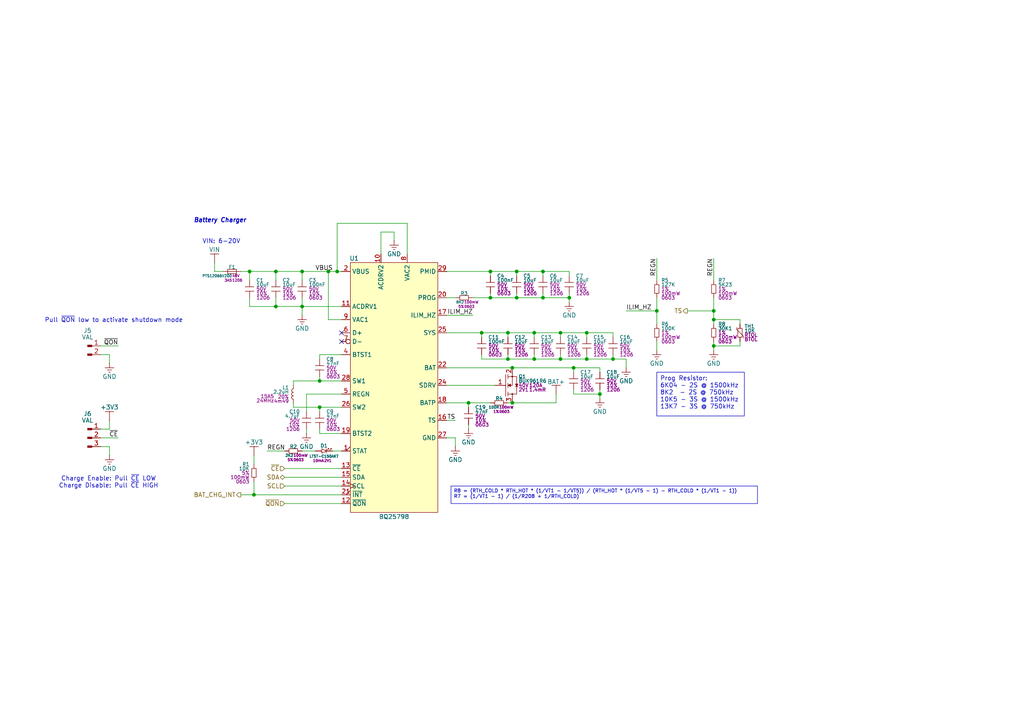
<source format=kicad_sch>
(kicad_sch (version 20231120) (generator "eeschema") (generator_version "8.0")
  (paper "A4")
  (title_block (title "LiFePO4 Charger") (date "2024-10-13") (rev "01") (comment 2 "PROTOTYPE") (comment 3 "2024"))
  (lib_symbols
    (symbol "+3V3_1" (power) (pin_numbers hide) (pin_names hide) (exclude_from_sim yes) (in_bom no) (on_board no)
      (property "Value" "+3V3" (at 0 3.81 0))
      (symbol "+3V3_1_0_1"
        (polyline (pts (xy -1.27 2.54) (xy 0 2.54)))
        (polyline (pts (xy 0 0) (xy 0 2.54)))
        (polyline (pts (xy 0 2.54) (xy 1.27 2.54)))
      )
      (symbol "+3V3_1_1_1"
        (pin power_in line (at 0 0 90) (length 0) (name "~") (number "1"))
      )
    )
    (symbol "C_2" (pin_numbers hide) (pin_names hide)
      (property "Reference" "C?" (at 1.905 2.54 0))
      (property "Value" "CAP" (at 1.905 1.27 0))
      (property "Tolerance" "TOL" (at 1.905 -1.27 0))
      (property "Voltage Rating" "VOLTAGE" (at 1.905 0 0))
      (property "Package" "PKG" (at 1.905 -2.54 0))
      (symbol "C_2_0_1"
        (polyline (pts (xy -1.27 -0.635) (xy 1.27 -0.635)))
        (polyline (pts (xy -1.27 0.635) (xy 1.27 0.635)))
      )
      (symbol "C_2_1_1"
        (pin passive line (at 0 2.54 270) (length 1.905) (name "") (number "1"))
        (pin passive line (at 0 -2.54 90) (length 1.905) (name "") (number "2"))
      )
    )
    (symbol "DS-Connectors:Conn_01x02_Pin" (pin_names hide)
      (property "Reference" "J?" (at 0 5.715 0))
      (property "Value" "VAL" (at 0 3.81 0))
      (symbol "Conn_01x02_Pin_1_0"
        (pin passive line (at 3.81 1.27 180) (length 2.54) (name "") (number "1"))
        (pin passive line (at 3.81 -1.27 180) (length 2.54) (name "") (number "2"))
      )
      (symbol "Conn_01x02_Pin_1_1"
        (rectangle (start 0 -1.016) (end 1.27 -1.524) (fill (type outline)))
        (rectangle (start 0 1.524) (end 1.27 1.016) (fill (type outline)))
      )
    )
    (symbol "DS-Connectors:Conn_01x03_Pin" (pin_names hide)
      (property "Reference" "J?" (at 0 6.985 0))
      (property "Value" "VAL" (at 0 5.08 0))
      (symbol "Conn_01x03_Pin_1_0"
        (pin passive line (at 3.81 2.54 180) (length 2.54) (name "") (number "1"))
        (pin passive line (at 3.81 0 180) (length 2.54) (name "") (number "2"))
        (pin passive line (at 3.81 -2.54 180) (length 2.54) (name "") (number "3"))
      )
      (symbol "Conn_01x03_Pin_1_1"
        (rectangle (start 0 -2.286) (end 1.27 -2.794) (fill (type outline)))
        (rectangle (start 0 0.254) (end 1.27 -0.254) (fill (type outline)))
        (rectangle (start 0 2.794) (end 1.27 2.286) (fill (type outline)))
      )
    )
    (symbol "DS-LEDs:LED_horizontal" (pin_numbers hide)
      (property "Reference" "D" (at 0 1.524 0))
      (property "Value" "VAL" (at 0 -1.524 0))
      (property "Forward Voltage" "FVOLT" (at 0 -2.794 0))
      (property "Current" "CURR" (at 0 -2.794 0))
      (symbol "LED_horizontal_0_1"
        (polyline (pts (xy 0.635 0.635) (xy 0.635 -0.635)))
        (polyline (pts (xy 0.889 0.254) (xy 1.397 0.762) (xy 1.143 0.762) (xy 1.397 0.762) (xy 1.397 0.508)))
        (polyline (pts (xy 1.651 0.254) (xy 2.159 0.762) (xy 1.905 0.762) (xy 2.159 0.762) (xy 2.159 0.508)))
      )
      (symbol "LED_horizontal_1_0"
        (pin passive line (at -2.54 0 0) (length 1.905) (name "") (number "1"))
        (pin passive line (at 2.54 0 180) (length 1.905) (name "") (number "2"))
      )
      (symbol "LED_horizontal_1_1"
        (polyline (pts (xy -0.635 0.635) (xy -0.635 -0.635) (xy 0.635 0) (xy -0.635 0.635)) (stroke (width 0.1524)))
      )
    )
    (symbol "DS-PMIC:BQ25798"
      (property "Reference" "U" (at -12.954 35.56 0))
      (symbol "BQ25798_0_0"
        (pin open_emitter output_low (at -15.24 -20.32 0) (length 2.54) (name "STAT") (number "1"))
        (pin output line (at -3.81 36.83 270) (length 2.54) (name "ACDRV2") (number "10"))
        (pin output line (at -15.24 21.59 0) (length 2.54) (name "ACDRV1") (number "11"))
        (pin input line (at -15.24 -35.56 0) (length 2.54) (name "~{QON}") (number "12"))
        (pin input line (at -15.24 -25.4 0) (length 2.54) (name "~{CE}") (number "13"))
        (pin input clock (at -15.24 -30.48 0) (length 2.54) (name "SCL") (number "14"))
        (pin bidirectional line (at -15.24 -27.94 0) (length 2.54) (name "SDA") (number "15"))
        (pin input line (at 15.24 -11.43 180) (length 2.54) (name "TS") (number "16"))
        (pin passive line (at 15.24 19.05 180) (length 2.54) (name "ILIM_HZ") (number "17"))
        (pin input line (at 15.24 -6.35 180) (length 2.54) (name "BATP") (number "18"))
        (pin power_out line (at -15.24 -15.24 0) (length 2.54) (name "BTST2") (number "19"))
        (pin power_in line (at -15.24 31.75 0) (length 2.54) (name "VBUS") (number "2"))
        (pin passive line (at 15.24 24.13 180) (length 2.54) (name "PROG") (number "20"))
        (pin output output_low (at -15.24 -33.02 0) (length 2.54) (name "~{INT}") (number "21"))
        (pin power_out line (at 15.24 3.81 180) (length 2.54) (name "BAT") (number "22"))
        (pin power_out line (at 15.24 -1.27 180) (length 2.54) (name "SDRV") (number "24"))
        (pin output line (at 15.24 13.97 180) (length 2.54) (name "SYS") (number "25"))
        (pin passive line (at -15.24 -7.62 0) (length 2.54) (name "SW2") (number "26"))
        (pin passive line (at 15.24 -16.51 180) (length 2.54) (name "GND") (number "27"))
        (pin passive line (at -15.24 0 0) (length 2.54) (name "SW1") (number "28"))
        (pin open_collector line (at 15.24 31.75 180) (length 2.54) (name "PMID") (number "29"))
        (pin power_in line (at -15.24 7.62 0) (length 2.54) (name "BTST1") (number "4"))
        (pin power_out line (at -15.24 -3.81 0) (length 2.54) (name "REGN") (number "5"))
        (pin bidirectional line (at -15.24 13.97 0) (length 2.54) (name "D+") (number "6"))
        (pin bidirectional inverted (at -15.24 11.43 0) (length 2.54) (name "D-") (number "7"))
        (pin power_in line (at 3.81 36.83 270) (length 2.54) (name "VAC2") (number "8"))
        (pin power_in line (at -15.24 17.78 0) (length 2.54) (name "VAC1") (number "9"))
      )
      (symbol "BQ25798_1_0"
        (pin output line (at 15.24 3.81 180) (length 2.54) hide (name "BAT") (number "23"))
        (pin power_in line (at -15.24 31.75 0) (length 2.54) hide (name "VBUS") (number "3"))
      )
      (symbol "BQ25798_1_1"
        (rectangle (start -12.7 34.29) (end 12.7 -38.1) (fill (type background)))
      )
    )
    (symbol "DS-Passives:F_horizontal"
      (property "Reference" "F" (at 0 1.27 0))
      (property "Value" "VAL" (at 0 -1.27 0))
      (property "Voltage" "VOLT" (at 0 -1.27 0))
      (property "Trip Current" "TRIP" (at 0 -2.54 0))
      (property "Package" "PKG" (at 0 -2.54 0))
      (symbol "F_horizontal_0_1"
        (polyline (pts (xy -1.27 0) (xy 1.27 0)))
        (polyline (pts (xy -1.27 -0.635) (xy 1.27 -0.635) (xy 1.27 0.635) (xy -1.27 0.635) (xy -1.27 -0.635)))
      )
      (symbol "F_horizontal_1_1"
        (pin passive line (at -2.54 0 0) (length 1.27) (name "") (number "1"))
        (pin passive line (at 2.54 0 180) (length 1.27) (name "") (number "2"))
      )
    )
    (symbol "DS-Passives:L" (pin_numbers hide) (pin_names hide)
      (property "Reference" "L?" (at 1.27 3.175 0))
      (property "Value" "VAL" (at 1.27 1.905 0))
      (property "Tolerance" "TOL" (at 1.27 0.635 0))
      (property "Current Rating" "TOL" (at 4.445 0.635 0))
      (property "DC Resistance" "DCR" (at 1.27 -0.635 0))
      (property "Resonant Frequency" "FRES" (at 4.445 -0.635 0))
      (symbol "L_0_1"
        (arc (start 0 -1.524) (mid 0.3592 -1.3752) (end 0.508 -1.016))
        (arc (start 0 -0.508) (mid 0.3592 -0.3592) (end 0.508 0))
        (arc (start 0 0.508) (mid 0.3592 0.6568) (end 0.508 1.016))
        (arc (start 0.508 -1.016) (mid 0.3592 -0.6568) (end 0 -0.508))
        (arc (start 0.508 0) (mid 0.3592 0.3592) (end 0 0.508))
        (arc (start 0.508 1.016) (mid 0.3592 1.3752) (end 0 1.524))
      )
      (symbol "L_1_0"
        (pin passive line (at 0 2.54 270) (length 1.016) (name "") (number "1"))
        (pin passive line (at 0 -2.54 90) (length 1.016) (name "") (number "2"))
      )
    )
    (symbol "DS-Passives:R"
      (property "Reference" "R?" (at 1.27 2.54 0))
      (property "Value" "VAL" (at 1.27 1.27 0))
      (property "Tolerance" "TOL" (at 1.27 0 0))
      (property "Power Rating" "PWR" (at 1.27 -1.27 0))
      (property "Package" "PKG" (at 1.27 -2.54 0))
      (symbol "R_0_1"
        (polyline (pts (xy -0.635 1.27) (xy -0.635 -1.27) (xy 0.635 -1.27) (xy 0.635 1.27) (xy -0.635 1.27)))
      )
      (symbol "R_1_1"
        (pin passive line (at 0 2.54 270) (length 1.27) (name "") (number "1"))
        (pin passive line (at 0 -2.54 90) (length 1.27) (name "") (number "2"))
      )
    )
    (symbol "DS-Passives:R_horizontal"
      (property "Reference" "R?" (at 0 1.27 0))
      (property "Value" "VAL" (at 0 -1.27 0))
      (property "Tolerance" "TOL" (at 0 -2.54 0))
      (property "Power Rating" "PWR" (at 0 -1.27 0))
      (property "Package" "PKG" (at 0 -2.54 0))
      (symbol "R_horizontal_0_1"
        (polyline (pts (xy -1.27 -0.635) (xy 1.27 -0.635) (xy 1.27 0.635) (xy -1.27 0.635) (xy -1.27 -0.635)))
      )
      (symbol "R_horizontal_1_1"
        (pin passive line (at -2.54 0 0) (length 1.27) (name "") (number "1"))
        (pin passive line (at 2.54 0 180) (length 1.27) (name "") (number "2"))
      )
    )
    (symbol "DS-Power:BAT+" (power) (pin_numbers hide) (pin_names (offset 0) hide)
      (property "Value" "BAT+" (at 0 3.556 0))
      (symbol "BAT+_0_1"
        (polyline (pts (xy -1.27 2.54) (xy 0 2.54)))
        (polyline (pts (xy 0 0) (xy 0 2.54)))
        (polyline (pts (xy 0 2.54) (xy 1.27 2.54)))
      )
      (symbol "BAT+_1_1"
        (pin power_in line (at 0 0 90) (length 0) (name "~") (number "1"))
      )
    )
    (symbol "DS-Power:GND" (power) (pin_numbers hide) (pin_names (offset 0) hide)
      (property "Value" "GND" (at 0 -3.81 0))
      (symbol "GND_0_1"
        (polyline (pts (xy -1.27 -1.27) (xy -1.27 -1.27)))
        (polyline (pts (xy -0.635 -1.905) (xy 0.635 -1.905)))
        (polyline (pts (xy -0.254 -2.54) (xy -0.254 -2.54)))
        (polyline (pts (xy -0.254 -2.54) (xy 0.254 -2.54)))
        (polyline (pts (xy 0 0) (xy 0 -1.27)))
        (polyline (pts (xy 1.27 -1.27) (xy -1.27 -1.27)))
      )
      (symbol "GND_1_1"
        (pin power_in line (at 0 0 270) (length 0) (name "~") (number "1"))
      )
    )
    (symbol "DSE-Passives:Thermistor"
      (property "Reference" "TH?" (at 1.27 1.905 0))
      (property "Value" "VAL" (at 1.27 0.635 0))
      (property "Resistance Tolerance" "RTOL" (at 1.27 -0.635 0))
      (property "B Value Tolerance" "BTOL" (at 1.27 -1.905 0))
      (symbol "Thermistor_0_1"
        (polyline (pts (xy 1.016 -1.524) (xy 1.016 -1.016) (xy -1.016 1.016) (xy -1.016 1.524)))
        (polyline (pts (xy -0.635 1.27) (xy -0.635 -1.27) (xy 0.635 -1.27) (xy 0.635 1.27) (xy -0.635 1.27)))
      )
      (symbol "Thermistor_1_1"
        (pin passive line (at 0 2.54 270) (length 1.27) (name "") (number "1"))
        (pin passive line (at 0 -2.54 90) (length 1.27) (name "") (number "2"))
      )
    )
    (symbol "DSE-Power:VIN" (power) (pin_numbers hide) (pin_names hide) (exclude_from_sim yes) (in_bom no) (on_board no)
      (property "Value" "VIN" (at 0 3.81 0))
      (symbol "VIN_0_1"
        (polyline (pts (xy -1.27 2.54) (xy 0 2.54)))
        (polyline (pts (xy 0 0) (xy 0 2.54)))
        (polyline (pts (xy 0 2.54) (xy 1.27 2.54)))
      )
      (symbol "VIN_1_1"
        (pin power_in line (at 0 0 90) (length 0) (name "~") (number "1"))
      )
    )
    (symbol "NMOS_GSD_1" (pin_names hide)
      (property "Reference" "Q" (at 0 6.35 0))
      (property "Value" "VAL" (at 0 5.08 0))
      (property "VDSS" "VDSS" (at 0 3.81 0))
      (property "VGSTH" "VGSTH" (at 0 2.54 0))
      (property "ID" "ID" (at 0 3.81 0))
      (property "RDSON" "RDSON" (at 0 2.54 0))
      (symbol "NMOS_GSD_1_0_1"
        (polyline (pts (xy -3.175 -1.27) (xy -1.905 -1.27)))
        (polyline (pts (xy -0.635 -1.27) (xy 0.635 -1.27)))
        (polyline (pts (xy 0 0) (xy 0 -0.508)))
        (polyline (pts (xy 1.905 -1.27) (xy 3.175 -1.27)))
        (polyline (pts (xy -2.54 -1.27) (xy -2.54 0) (xy -3.175 0)))
        (polyline (pts (xy 2.54 -1.27) (xy 2.54 0) (xy 3.175 0)))
      )
      (symbol "NMOS_GSD_1_1_0"
        (pin passive line (at 0 -5.08 90) (length 3.175) (name "") (number "1"))
        (pin passive line (at 5.08 0 180) (length 1.905) (name "") (number "2"))
        (pin passive line (at -5.08 0 0) (length 1.905) (name "") (number "3"))
      )
      (symbol "NMOS_GSD_1_1_1"
        (circle (center -2.54 0) (radius 0.1796) (fill (type outline)))
        (polyline (pts (xy -3.175 -1.905) (xy 3.175 -1.905)))
        (polyline (pts (xy -0.381 1.651) (xy -0.381 0.889)))
        (polyline (pts (xy 0 0) (xy 2.54 0)))
        (polyline (pts (xy -2.54 0) (xy -2.54 1.27) (xy -0.381 1.27)))
        (polyline (pts (xy 0.381 1.27) (xy 2.54 1.27) (xy 2.54 0)))
        (polyline (pts (xy -0.381 1.27) (xy 0.381 0.889) (xy 0.381 1.651) (xy -0.381 1.27)) (fill (type outline)))
        (polyline (pts (xy 0 -1.27) (xy 0.381 -0.508) (xy -0.381 -0.508) (xy 0 -1.27)) (fill (type outline)))
        (circle (center 2.54 0) (radius 0.1796) (fill (type outline)))
      )
    )
  )
  (junction (at 142.24 78.74))
  (junction (at 148.59 106.68))
  (junction (at 170.18 96.52))
  (junction (at 87.63 88.9))
  (junction (at 154.94 104.14))
  (junction (at 135.89 116.84))
  (junction (at 97.79 78.74))
  (junction (at 148.59 116.84))
  (junction (at 157.48 78.74))
  (junction (at 173.99 114.3))
  (junction (at 142.24 86.36))
  (junction (at 149.86 86.36))
  (junction (at 73.66 143.51))
  (junction (at 80.01 88.9))
  (junction (at 154.94 96.52))
  (junction (at 87.63 78.74))
  (junction (at 92.71 118.11))
  (junction (at 162.56 104.14))
  (junction (at 147.32 96.52))
  (junction (at 177.8 104.14))
  (junction (at 139.7 96.52))
  (junction (at 92.71 110.49))
  (junction (at 72.39 78.74))
  (junction (at 190.5 90.17))
  (junction (at 207.01 90.17))
  (junction (at 207.01 92.71))
  (junction (at 80.01 78.74))
  (junction (at 157.48 86.36))
  (junction (at 165.1 86.36))
  (junction (at 170.18 104.14))
  (junction (at 147.32 104.14))
  (junction (at 166.37 106.68))
  (junction (at 95.25 78.74))
  (junction (at 149.86 78.74))
  (junction (at 162.56 96.52))
  (junction (at 207.01 100.33))
  (no_connect (at 99.06 96.52))
  (no_connect (at 99.06 99.06))
  (wire (pts (xy 72.39 78.74) (xy 80.01 78.74)))
  (wire (pts (xy 166.37 106.68) (xy 166.37 107.95)))
  (wire (pts (xy 181.61 90.17) (xy 190.5 90.17)))
  (wire (pts (xy 147.32 116.84) (xy 148.59 116.84)))
  (wire (pts (xy 135.89 116.84) (xy 135.89 118.11)))
  (wire (pts (xy 162.56 96.52) (xy 162.56 97.79)))
  (wire (pts (xy 129.54 121.92) (xy 132.08 121.92)))
  (wire (pts (xy 31.75 129.54) (xy 29.21 129.54)))
  (wire (pts (xy 82.55 138.43) (xy 99.06 138.43)))
  (wire (pts (xy 31.75 121.92) (xy 31.75 124.46)))
  (wire (pts (xy 190.5 99.06) (xy 190.5 101.6)))
  (wire (pts (xy 129.54 106.68) (xy 148.59 106.68)))
  (wire (pts (xy 162.56 96.52) (xy 170.18 96.52)))
  (wire (pts (xy 118.11 73.66) (xy 118.11 64.77)))
  (wire (pts (xy 135.89 116.84) (xy 142.24 116.84)))
  (wire (pts (xy 149.86 85.09) (xy 149.86 86.36)))
  (wire (pts (xy 165.1 85.09) (xy 165.1 86.36)))
  (wire (pts (xy 72.39 86.36) (xy 72.39 88.9)))
  (wire (pts (xy 87.63 78.74) (xy 87.63 81.28)))
  (wire (pts (xy 92.71 110.49) (xy 92.71 109.22)))
  (wire (pts (xy 129.54 111.76) (xy 143.51 111.76)))
  (wire (pts (xy 170.18 104.14) (xy 177.8 104.14)))
  (wire (pts (xy 87.63 88.9) (xy 87.63 91.44)))
  (wire (pts (xy 207.01 100.33) (xy 214.63 100.33)))
  (wire (pts (xy 129.54 86.36) (xy 132.08 86.36)))
  (wire (pts (xy 139.7 104.14) (xy 147.32 104.14)))
  (wire (pts (xy 162.56 102.87) (xy 162.56 104.14)))
  (wire (pts (xy 82.55 140.97) (xy 99.06 140.97)))
  (wire (pts (xy 157.48 78.74) (xy 157.48 80.01)))
  (wire (pts (xy 69.85 143.51) (xy 73.66 143.51)))
  (wire (pts (xy 157.48 86.36) (xy 165.1 86.36)))
  (wire (pts (xy 207.01 92.71) (xy 214.63 92.71)))
  (wire (pts (xy 73.66 143.51) (xy 99.06 143.51)))
  (wire (pts (xy 114.3 67.31) (xy 114.3 69.85)))
  (wire (pts (xy 129.54 127) (xy 132.08 127)))
  (wire (pts (xy 157.48 85.09) (xy 157.48 86.36)))
  (wire (pts (xy 85.09 110.49) (xy 92.71 110.49)))
  (wire (pts (xy 80.01 78.74) (xy 80.01 81.28)))
  (wire (pts (xy 31.75 124.46) (xy 29.21 124.46)))
  (wire (pts (xy 85.09 110.49) (xy 85.09 111.76)))
  (wire (pts (xy 166.37 114.3) (xy 173.99 114.3)))
  (wire (pts (xy 139.7 96.52) (xy 147.32 96.52)))
  (wire (pts (xy 181.61 104.14) (xy 181.61 106.68)))
  (wire (pts (xy 214.63 99.06) (xy 214.63 100.33)))
  (wire (pts (xy 129.54 78.74) (xy 142.24 78.74)))
  (wire (pts (xy 190.5 86.36) (xy 190.5 90.17)))
  (wire (pts (xy 154.94 102.87) (xy 154.94 104.14)))
  (wire (pts (xy 154.94 96.52) (xy 154.94 97.79)))
  (wire (pts (xy 129.54 116.84) (xy 135.89 116.84)))
  (wire (pts (xy 87.63 88.9) (xy 99.06 88.9)))
  (wire (pts (xy 142.24 78.74) (xy 142.24 80.01)))
  (wire (pts (xy 166.37 113.03) (xy 166.37 114.3)))
  (wire (pts (xy 80.01 86.36) (xy 80.01 88.9)))
  (wire (pts (xy 72.39 78.74) (xy 72.39 81.28)))
  (wire (pts (xy 149.86 78.74) (xy 149.86 80.01)))
  (wire (pts (xy 142.24 86.36) (xy 149.86 86.36)))
  (wire (pts (xy 207.01 90.17) (xy 207.01 92.71)))
  (wire (pts (xy 92.71 118.11) (xy 92.71 119.38)))
  (wire (pts (xy 199.39 90.17) (xy 207.01 90.17)))
  (wire (pts (xy 162.56 104.14) (xy 170.18 104.14)))
  (wire (pts (xy 142.24 78.74) (xy 149.86 78.74)))
  (wire (pts (xy 118.11 64.77) (xy 97.79 64.77)))
  (wire (pts (xy 166.37 106.68) (xy 173.99 106.68)))
  (wire (pts (xy 95.25 92.71) (xy 95.25 78.74)))
  (wire (pts (xy 62.23 78.74) (xy 64.77 78.74)))
  (wire (pts (xy 165.1 86.36) (xy 165.1 87.63)))
  (wire (pts (xy 177.8 104.14) (xy 177.8 102.87)))
  (wire (pts (xy 148.59 106.68) (xy 166.37 106.68)))
  (wire (pts (xy 92.71 125.73) (xy 99.06 125.73)))
  (wire (pts (xy 29.21 100.33) (xy 34.29 100.33)))
  (wire (pts (xy 170.18 102.87) (xy 170.18 104.14)))
  (wire (pts (xy 85.09 118.11) (xy 85.09 116.84)))
  (wire (pts (xy 31.75 102.87) (xy 29.21 102.87)))
  (wire (pts (xy 149.86 86.36) (xy 157.48 86.36)))
  (wire (pts (xy 69.85 78.74) (xy 72.39 78.74)))
  (wire (pts (xy 88.9 124.46) (xy 88.9 125.73)))
  (wire (pts (xy 170.18 96.52) (xy 170.18 97.79)))
  (wire (pts (xy 147.32 96.52) (xy 154.94 96.52)))
  (wire (pts (xy 82.55 146.05) (xy 99.06 146.05)))
  (wire (pts (xy 135.89 123.19) (xy 135.89 124.46)))
  (wire (pts (xy 110.49 73.66) (xy 110.49 67.31)))
  (wire (pts (xy 29.21 127) (xy 34.29 127)))
  (wire (pts (xy 177.8 96.52) (xy 177.8 97.79)))
  (wire (pts (xy 97.79 64.77) (xy 97.79 78.74)))
  (wire (pts (xy 87.63 78.74) (xy 95.25 78.74)))
  (wire (pts (xy 207.01 92.71) (xy 207.01 93.98)))
  (wire (pts (xy 88.9 114.3) (xy 88.9 119.38)))
  (wire (pts (xy 95.25 78.74) (xy 97.79 78.74)))
  (wire (pts (xy 207.01 74.93) (xy 207.01 81.28)))
  (wire (pts (xy 92.71 118.11) (xy 99.06 118.11)))
  (wire (pts (xy 207.01 99.06) (xy 207.01 100.33)))
  (wire (pts (xy 154.94 104.14) (xy 162.56 104.14)))
  (wire (pts (xy 92.71 102.87) (xy 92.71 104.14)))
  (wire (pts (xy 73.66 139.7) (xy 73.66 143.51)))
  (wire (pts (xy 139.7 96.52) (xy 139.7 97.79)))
  (wire (pts (xy 157.48 78.74) (xy 165.1 78.74)))
  (wire (pts (xy 72.39 88.9) (xy 80.01 88.9)))
  (wire (pts (xy 181.61 104.14) (xy 177.8 104.14)))
  (wire (pts (xy 214.63 93.98) (xy 214.63 92.71)))
  (wire (pts (xy 147.32 102.87) (xy 147.32 104.14)))
  (wire (pts (xy 173.99 114.3) (xy 173.99 113.03)))
  (wire (pts (xy 77.47 130.81) (xy 82.55 130.81)))
  (wire (pts (xy 73.66 132.08) (xy 73.66 134.62)))
  (wire (pts (xy 165.1 78.74) (xy 165.1 80.01)))
  (wire (pts (xy 161.29 114.3) (xy 161.29 116.84)))
  (wire (pts (xy 129.54 96.52) (xy 139.7 96.52)))
  (wire (pts (xy 80.01 78.74) (xy 87.63 78.74)))
  (wire (pts (xy 82.55 135.89) (xy 99.06 135.89)))
  (wire (pts (xy 97.79 78.74) (xy 99.06 78.74)))
  (wire (pts (xy 87.63 130.81) (xy 91.44 130.81)))
  (wire (pts (xy 173.99 114.3) (xy 173.99 115.57)))
  (wire (pts (xy 99.06 114.3) (xy 88.9 114.3)))
  (wire (pts (xy 170.18 96.52) (xy 177.8 96.52)))
  (wire (pts (xy 173.99 107.95) (xy 173.99 106.68)))
  (wire (pts (xy 31.75 105.41) (xy 31.75 102.87)))
  (wire (pts (xy 142.24 85.09) (xy 142.24 86.36)))
  (wire (pts (xy 87.63 86.36) (xy 87.63 88.9)))
  (wire (pts (xy 149.86 78.74) (xy 157.48 78.74)))
  (wire (pts (xy 92.71 118.11) (xy 85.09 118.11)))
  (wire (pts (xy 207.01 86.36) (xy 207.01 90.17)))
  (wire (pts (xy 62.23 76.2) (xy 62.23 78.74)))
  (wire (pts (xy 99.06 92.71) (xy 95.25 92.71)))
  (wire (pts (xy 92.71 124.46) (xy 92.71 125.73)))
  (wire (pts (xy 147.32 104.14) (xy 154.94 104.14)))
  (wire (pts (xy 147.32 96.52) (xy 147.32 97.79)))
  (wire (pts (xy 148.59 116.84) (xy 161.29 116.84)))
  (wire (pts (xy 190.5 74.93) (xy 190.5 81.28)))
  (wire (pts (xy 92.71 110.49) (xy 99.06 110.49)))
  (wire (pts (xy 139.7 102.87) (xy 139.7 104.14)))
  (wire (pts (xy 96.52 130.81) (xy 99.06 130.81)))
  (wire (pts (xy 137.16 86.36) (xy 142.24 86.36)))
  (wire (pts (xy 129.54 91.44) (xy 137.16 91.44)))
  (wire (pts (xy 110.49 67.31) (xy 114.3 67.31)))
  (wire (pts (xy 132.08 127) (xy 132.08 129.54)))
  (wire (pts (xy 80.01 88.9) (xy 87.63 88.9)))
  (wire (pts (xy 31.75 132.08) (xy 31.75 129.54)))
  (wire (pts (xy 207.01 100.33) (xy 207.01 101.6)))
  (wire (pts (xy 190.5 90.17) (xy 190.5 93.98)))
  (wire (pts (xy 154.94 96.52) (xy 162.56 96.52)))
  (wire (pts (xy 92.71 102.87) (xy 99.06 102.87)))
  (text_box "Prog Resistor:\n6K04 - 2S @ 1500kHz\n8K2  - 2S @ 750kHz\n10K5 - 3S @ 1500kHz\n13K7 - 3S @ 750kHz\n" (at 190.5 107.95 0) (size 25.4 12.7) (effects (font (size 1.27 1.27)) (justify left top)))
  (text_box "R8 = (RTH_COLD * RTH_HOT * (1/VT1 - 1/VT5)) / (RTH_HOT * (1/VT5 - 1) - RTH_COLD * (1/VT1 - 1))\nR7 = (1/VT1 - 1) / (1/R208 + 1/RTH_COLD)" (at 130.81 140.97 0) (size 88.9 5.08) (effects (font (size 1 1)) (justify left top)))
  (text "VIN: 6-20V" (at 58.674 70.104 0) (effects (font (size 1.27 1.27)) (justify left)))
  (text "Battery Charger" (at 56.134 64.008 0) (effects (font (size 1.27 1.27) (thickness 0.254) (bold yes) (italic yes)) (justify left)))
  (text "Charge Enable: Pull ~{CE} LOW\nCharge Disable: Pull ~{CE} HIGH" (at 31.496 139.954 0) (effects (font (size 1.27 1.27))))
  (text "Pull ~{QON} low to activate shutdown mode" (at 33.02 92.964 0) (effects (font (size 1.27 1.27))))
  (label "REGN" (at 77.47 130.81 0))
  (label "REGN" (at 207.01 74.93 270))
  (label "ILIM_HZ" (at 137.16 91.44 180))
  (label "~{QON}" (at 34.29 100.33 180))
  (label "REGN" (at 190.5 74.93 270))
  (label "TS" (at 132.08 121.92 180))
  (label "ILIM_HZ" (at 181.61 90.17 0))
  (label "~{CE}" (at 34.29 127 180))
  (label "VBUS" (at 91.44 78.74 0))
  (hierarchical_label "SCL" (shape input) (at 82.55 140.97 180))
  (hierarchical_label "TS" (shape output) (at 199.39 90.17 180))
  (hierarchical_label "BAT_CHG_INT" (shape output) (at 69.85 143.51 180))
  (hierarchical_label "~{QON}" (shape input) (at 82.55 146.05 180))
  (hierarchical_label "~{CE}" (shape input) (at 82.55 135.89 180))
  (hierarchical_label "SDA" (shape bidirectional) (at 82.55 138.43 180))
  (symbol (lib_id "DS-Connectors:Conn_01x02_Pin") (at 25.4 101.6 0) (unit 1)
    (property "Reference" "J5" (at 25.4 95.885 0))
    (property "Value" "VAL" (at 25.4 97.79 0))
  )
  (symbol (lib_name "C_2") (lib_id "DS-Passives:C") (at 142.24 82.55 0) (unit 1)
    (property "Reference" "C4" (at 144.145 80.01 0) (effects (font (size 1.016 1.016)) (justify left)))
    (property "Value" "100nF" (at 144.145 81.28 0) (effects (font (size 1.016 1.016)) (justify left)))
    (property "Datasheet" "datasheets/Kyocera-AVX-MLCCKAM.pdf" (effects (hide yes)))
    (property "Description" "Ceramic capacitor symbol" (effects (hide yes)))
    (property "Manufacturer" "KYOCERA AVX" (effects (hide yes)))
    (property "MPN" "06035C104K4T4A" (effects (hide yes)))
    (property "DKPN" "478-KAM15AR71H104KMCT-ND" (effects (hide yes)))
    (property "Tolerance" "10%" (at 144.145 83.82 0) (effects (font (size 1.016 1.016)) (justify left)))
    (property "Voltage Rating" "50V" (at 144.145 82.55 0) (effects (font (size 1.016 1.016)) (justify left)))
    (property "Package" "0603" (at 144.145 85.09 0) (effects (font (size 1.016 1.016)) (justify left)))
  )
  (symbol (lib_id "DS-Power:GND") (at 132.08 129.54 0) (unit 1)
    (property "Reference" "#PWR016" (effects (hide yes)))
    (property "Value" "GND" (at 132.08 133.35 0))
  )
  (symbol (lib_name "C_2") (lib_id "DS-Passives:C") (at 87.63 83.82 0) (unit 1)
    (property "Reference" "C3" (at 89.535 81.28 0) (effects (font (size 1.016 1.016)) (justify left)))
    (property "Value" "100nF" (at 89.535 82.55 0) (effects (font (size 1.016 1.016)) (justify left)))
    (property "Datasheet" "datasheets/Kyocera-AVX-MLCCKAM.pdf" (effects (hide yes)))
    (property "Description" "Ceramic capacitor symbol" (effects (hide yes)))
    (property "Manufacturer" "KYOCERA AVX" (effects (hide yes)))
    (property "MPN" "06035C104K4T4A" (effects (hide yes)))
    (property "DKPN" "478-KAM15AR71H104KMCT-ND" (effects (hide yes)))
    (property "Tolerance" "10%" (at 89.535 85.09 0) (effects (font (size 1.016 1.016)) (justify left)))
    (property "Voltage Rating" "50V" (at 89.535 83.82 0) (effects (font (size 1.016 1.016)) (justify left)))
    (property "Package" "0603" (at 89.535 86.36 0) (effects (font (size 1.016 1.016)) (justify left)))
  )
  (symbol (lib_id "DS-Passives:F_horizontal") (at 67.31 78.74 0) (unit 1)
    (property "Reference" "F1" (at 67.31 77.47 0) (effects (font (size 1.016 1.016))))
    (property "Value" "PTS12066V200" (at 67.31 80.01 0) (effects (font (size 0.762 0.762)) (justify right)))
    (property "Datasheet" "datasheets/Eaton-PTS12066V200.pdf" (effects (hide yes)))
    (property "Description" "PTC RESET FUSE 6V 2A 1206" (effects (hide yes)))
    (property "Manufacturer" "Eaton - Electronics Division" (effects (hide yes)))
    (property "MPN" "PTS12066V200" (effects (hide yes)))
    (property "DKPN" "283-PTS12066V200CT-ND" (effects (hide yes)))
    (property "Voltage" "48V" (at 67.31 80.01 0) (effects (font (size 0.762 0.762)) (justify left)))
    (property "Trip Current" "3A5" (at 67.31 81.28 0) (effects (font (size 0.762 0.762)) (justify right)))
    (property "Package" "1206" (at 67.31 81.28 0) (effects (font (size 0.762 0.762)) (justify left)))
  )
  (symbol (lib_name "C_2") (lib_id "DS-Passives:C") (at 173.99 110.49 0) (unit 1)
    (property "Reference" "C18" (at 175.895 107.95 0) (effects (font (size 1.016 1.016)) (justify left)))
    (property "Value" "10uF" (at 175.895 109.22 0) (effects (font (size 1.016 1.016)) (justify left)))
    (property "Datasheet" "datasheets/Kyocera-AVX-MLCCKAM.pdf" (effects (hide yes)))
    (property "Description" "Ceramic capacitor symbol" (effects (hide yes)))
    (property "Manufacturer" "KYOCERA AVX" (effects (hide yes)))
    (property "MPN" "12105C106K4T2A" (effects (hide yes)))
    (property "DKPN" "478-KAM32LR71H106KUCT-ND" (effects (hide yes)))
    (property "Tolerance" "10%" (at 175.895 111.76 0) (effects (font (size 1.016 1.016)) (justify left)))
    (property "Voltage Rating" "50V" (at 175.895 110.49 0) (effects (font (size 1.016 1.016)) (justify left)))
    (property "Package" "1206" (at 175.895 113.03 0) (effects (font (size 1.016 1.016)) (justify left)))
  )
  (symbol (lib_name "C_2") (lib_id "DS-Passives:C") (at 92.71 106.68 0) (unit 1)
    (property "Reference" "C8" (at 94.615 104.14 0) (effects (font (size 1.016 1.016)) (justify left)))
    (property "Value" "47nF" (at 94.615 105.41 0) (effects (font (size 1.016 1.016)) (justify left)))
    (property "Datasheet" "datasheets/Kyocera-AVX-MLCCKAM.pdf" (effects (hide yes)))
    (property "Description" "Ceramic capacitor symbol" (effects (hide yes)))
    (property "Manufacturer" "KYOCERA AVX" (effects (hide yes)))
    (property "MPN" "06035C473K4T4A" (effects (hide yes)))
    (property "DKPN" "478-KAM15AR71H473KMCT-ND" (effects (hide yes)))
    (property "Tolerance" "10%" (at 94.615 107.95 0) (effects (font (size 1.016 1.016)) (justify left)))
    (property "Voltage Rating" "50V" (at 94.615 106.68 0) (effects (font (size 1.016 1.016)) (justify left)))
    (property "Package" "0603" (at 94.615 109.22 0) (effects (font (size 1.016 1.016)) (justify left)))
  )
  (symbol (lib_name "C_2") (lib_id "DS-Passives:C") (at 162.56 100.33 0) (unit 1)
    (property "Reference" "C14" (at 164.465 97.79 0) (effects (font (size 1.016 1.016)) (justify left)))
    (property "Value" "10uF" (at 164.465 99.06 0) (effects (font (size 1.016 1.016)) (justify left)))
    (property "Datasheet" "datasheets/Kyocera-AVX-MLCCKAM.pdf" (effects (hide yes)))
    (property "Description" "Ceramic capacitor symbol" (effects (hide yes)))
    (property "Manufacturer" "KYOCERA AVX" (effects (hide yes)))
    (property "MPN" "12105C106K4T2A" (effects (hide yes)))
    (property "DKPN" "478-KAM32LR71H106KUCT-ND" (effects (hide yes)))
    (property "Tolerance" "10%" (at 164.465 101.6 0) (effects (font (size 1.016 1.016)) (justify left)))
    (property "Voltage Rating" "50V" (at 164.465 100.33 0) (effects (font (size 1.016 1.016)) (justify left)))
    (property "Package" "1206" (at 164.465 102.87 0) (effects (font (size 1.016 1.016)) (justify left)))
  )
  (symbol (lib_id "DS-Passives:R") (at 207.01 96.52 0) (unit 1)
    (property "Reference" "R8" (at 208.28 93.98 0) (effects (font (size 1.016 1.016)) (justify left)))
    (property "Value" "30K1" (at 208.28 95.25 0) (effects (font (size 1.016 1.016)) (justify left)))
    (property "Datasheet" "datasheets/Vishay-Dale-DRCWe3.pdf" (effects (hide yes)))
    (property "Description" "RES SMD 30.1K OHM 1% 1/10W 0603" (effects (hide yes)))
    (property "Manufacturer" "Vishay Dale" (effects (hide yes)))
    (property "MPN" "CRCW060330K1FKEA" (effects (hide yes)))
    (property "DKPN" "541-30.1KHCT-ND" (effects (hide yes)))
    (property "Tolerance" "1%" (at 208.28 96.52 0) (effects (font (size 1.016 1.016)) (justify left)))
    (property "Power Rating" "100mW" (at 208.28 97.79 0) (effects (font (size 1.016 1.016)) (justify left)))
    (property "Package" "0603" (at 208.28 99.06 0) (effects (font (size 1.016 1.016)) (justify left)))
  )
  (symbol (lib_name "+3V3_1") (lib_id "DSE-Power:+3V3") (at 31.75 121.92 0) (unit 1) (exclude_from_sim yes) (in_bom no) (on_board no)
    (property "Reference" "#+3V02" (effects (hide yes)))
    (property "Value" "+3V3" (at 31.75 118.11 0))
  )
  (symbol (lib_name "C_2") (lib_id "DS-Passives:C") (at 80.01 83.82 0) (unit 1)
    (property "Reference" "C2" (at 81.915 81.28 0) (effects (font (size 1.016 1.016)) (justify left)))
    (property "Value" "10uF" (at 81.915 82.55 0) (effects (font (size 1.016 1.016)) (justify left)))
    (property "Datasheet" "datasheets/Kyocera-AVX-MLCCKAM.pdf" (effects (hide yes)))
    (property "Description" "Ceramic capacitor symbol" (effects (hide yes)))
    (property "Manufacturer" "KYOCERA AVX" (effects (hide yes)))
    (property "MPN" "12105C106K4T2A" (effects (hide yes)))
    (property "DKPN" "478-KAM32LR71H106KUCT-ND" (effects (hide yes)))
    (property "Tolerance" "10%" (at 81.915 85.09 0) (effects (font (size 1.016 1.016)) (justify left)))
    (property "Voltage Rating" "50V" (at 81.915 83.82 0) (effects (font (size 1.016 1.016)) (justify left)))
    (property "Package" "1206" (at 81.915 86.36 0) (effects (font (size 1.016 1.016)) (justify left)))
  )
  (symbol (lib_id "DS-Power:GND") (at 114.3 69.85 0) (unit 1)
    (property "Reference" "#PWR01" (effects (hide yes)))
    (property "Value" "GND" (at 114.3 73.66 0))
  )
  (symbol (lib_id "DS-Passives:R") (at 73.66 137.16 0) (mirror y) (unit 1)
    (property "Reference" "R1" (at 72.39 134.62 0) (effects (font (size 1.016 1.016)) (justify left)))
    (property "Value" "10K" (at 72.39 135.89 0) (effects (font (size 1.016 1.016)) (justify left)))
    (property "Datasheet" "datasheets/Vishay-Dale-DRCWe3.pdf" (effects (hide yes)))
    (property "Description" "RES SMD 10K OHM 5% 1/10W 0603" (effects (hide yes)))
    (property "Manufacturer" "Vishay Dale" (effects (hide yes)))
    (property "MPN" "CRCW060310K0JNEA" (effects (hide yes)))
    (property "DKPN" "541-10KGCT-ND" (effects (hide yes)))
    (property "Tolerance" "5%" (at 72.39 137.16 0) (effects (font (size 1.016 1.016)) (justify left)))
    (property "Power Rating" "100mW" (at 72.39 138.43 0) (effects (font (size 1.016 1.016)) (justify left)))
    (property "Package" "0603" (at 72.39 139.7 0) (effects (font (size 1.016 1.016)) (justify left)))
  )
  (symbol (lib_id "DS-Power:GND") (at 88.9 125.73 0) (unit 1)
    (property "Reference" "#PWR017" (effects (hide yes)))
    (property "Value" "GND" (at 88.9 129.54 0))
  )
  (symbol (lib_id "DS-Connectors:Conn_01x03_Pin") (at 25.4 127 0) (unit 1)
    (property "Reference" "J6" (at 25.4 120.015 0))
    (property "Value" "VAL" (at 25.4 121.92 0))
  )
  (symbol (lib_name "C_2") (lib_id "DS-Passives:C") (at 139.7 100.33 0) (unit 1)
    (property "Reference" "C11" (at 141.605 97.79 0) (effects (font (size 1.016 1.016)) (justify left)))
    (property "Value" "100nF" (at 141.605 99.06 0) (effects (font (size 1.016 1.016)) (justify left)))
    (property "Datasheet" "datasheets/Kyocera-AVX-MLCCKAM.pdf" (effects (hide yes)))
    (property "Description" "Ceramic capacitor symbol" (effects (hide yes)))
    (property "Manufacturer" "KYOCERA AVX" (effects (hide yes)))
    (property "MPN" "06035C104K4T4A" (effects (hide yes)))
    (property "DKPN" "478-KAM15AR71H104KMCT-ND" (effects (hide yes)))
    (property "Tolerance" "10%" (at 141.605 101.6 0) (effects (font (size 1.016 1.016)) (justify left)))
    (property "Voltage Rating" "50V" (at 141.605 100.33 0) (effects (font (size 1.016 1.016)) (justify left)))
    (property "Package" "0603" (at 141.605 102.87 0) (effects (font (size 1.016 1.016)) (justify left)))
  )
  (symbol (lib_id "DS-Power:GND") (at 190.5 101.6 0) (unit 1)
    (property "Reference" "#PWR011" (effects (hide yes)))
    (property "Value" "GND" (at 190.5 105.41 0))
  )
  (symbol (lib_name "C_2") (lib_id "DS-Passives:C") (at 165.1 82.55 0) (unit 1)
    (property "Reference" "C7" (at 167.005 80.01 0) (effects (font (size 1.016 1.016)) (justify left)))
    (property "Value" "10uF" (at 167.005 81.28 0) (effects (font (size 1.016 1.016)) (justify left)))
    (property "Datasheet" "datasheets/Kyocera-AVX-MLCCKAM.pdf" (effects (hide yes)))
    (property "Description" "Ceramic capacitor symbol" (effects (hide yes)))
    (property "Manufacturer" "KYOCERA AVX" (effects (hide yes)))
    (property "MPN" "12105C106K4T2A" (effects (hide yes)))
    (property "DKPN" "478-KAM32LR71H106KUCT-ND" (effects (hide yes)))
    (property "Tolerance" "10%" (at 167.005 83.82 0) (effects (font (size 1.016 1.016)) (justify left)))
    (property "Voltage Rating" "50V" (at 167.005 82.55 0) (effects (font (size 1.016 1.016)) (justify left)))
    (property "Package" "1206" (at 167.005 85.09 0) (effects (font (size 1.016 1.016)) (justify left)))
  )
  (symbol (lib_id "DS-Power:GND") (at 165.1 87.63 0) (unit 1)
    (property "Reference" "#PWR03" (effects (hide yes)))
    (property "Value" "GND" (at 165.1 91.44 0))
  )
  (symbol (lib_id "DS-PMIC:BQ25798") (at 114.3 110.49 0) (unit 1)
    (property "Reference" "U1" (at 101.346 74.93 0) (effects (justify left)))
    (property "Value" "BQ25798" (at 114.3 149.86 0))
    (property "Datasheet" "datasheets/Texas-Instruments-BQ25798.pdf" (effects (hide yes)))
    (property "Description" "IC CONTROLLED, 1-4-CELL, 5-A BUC" (effects (hide yes)))
    (property "Manufacturer" "Texas Instruments" (effects (hide yes)))
    (property "MPN" "BQ25798RQMR" (effects (hide yes)))
    (property "DKPN" "296-BQ25798RQMRCT-ND" (effects (hide yes)))
  )
  (symbol (lib_name "+3V3_1") (lib_id "DSE-Power:+3V3") (at 73.66 132.08 0) (unit 1) (exclude_from_sim yes) (in_bom no) (on_board no)
    (property "Reference" "#+3V01" (effects (hide yes)))
    (property "Value" "+3V3" (at 73.66 128.27 0))
  )
  (symbol (lib_id "DS-Passives:R") (at 190.5 96.52 0) (unit 1)
    (property "Reference" "R6" (at 191.77 93.98 0) (effects (font (size 1.016 1.016)) (justify left)))
    (property "Value" "100K" (at 191.77 95.25 0) (effects (font (size 1.016 1.016)) (justify left)))
    (property "Datasheet" "datasheets/Vishay-Dale-DRCWe3.pdf" (effects (hide yes)))
    (property "Description" "RES SMD 100K OHM 1% 1/10W 0603" (effects (hide yes)))
    (property "Manufacturer" "Vishay Dale" (effects (hide yes)))
    (property "MPN" "CRCW0603100KFKEA" (effects (hide yes)))
    (property "DKPN" "541-100KHCT-ND" (effects (hide yes)))
    (property "Tolerance" "1%" (at 191.77 96.52 0) (effects (font (size 1.016 1.016)) (justify left)))
    (property "Power Rating" "100mW" (at 191.77 97.79 0) (effects (font (size 1.016 1.016)) (justify left)))
    (property "Package" "0603" (at 191.77 99.06 0) (effects (font (size 1.016 1.016)) (justify left)))
  )
  (symbol (lib_name "C_2") (lib_id "DS-Passives:C") (at 177.8 100.33 0) (unit 1)
    (property "Reference" "C16" (at 179.705 97.79 0) (effects (font (size 1.016 1.016)) (justify left)))
    (property "Value" "10uF" (at 179.705 99.06 0) (effects (font (size 1.016 1.016)) (justify left)))
    (property "Datasheet" "datasheets/Kyocera-AVX-MLCCKAM.pdf" (effects (hide yes)))
    (property "Description" "Ceramic capacitor symbol" (effects (hide yes)))
    (property "Manufacturer" "KYOCERA AVX" (effects (hide yes)))
    (property "MPN" "12105C106K4T2A" (effects (hide yes)))
    (property "DKPN" "478-KAM32LR71H106KUCT-ND" (effects (hide yes)))
    (property "Tolerance" "10%" (at 179.705 101.6 0) (effects (font (size 1.016 1.016)) (justify left)))
    (property "Voltage Rating" "50V" (at 179.705 100.33 0) (effects (font (size 1.016 1.016)) (justify left)))
    (property "Package" "1206" (at 179.705 102.87 0) (effects (font (size 1.016 1.016)) (justify left)))
  )
  (symbol (lib_id "DSE-Power:VIN") (at 62.23 76.2 0) (unit 1) (exclude_from_sim yes) (in_bom no) (on_board no)
    (property "Reference" "#VIN01" (effects (hide yes)))
    (property "Value" "VIN" (at 62.23 72.39 0))
  )
  (symbol (lib_id "DSE-Passives:Thermistor") (at 214.63 96.52 0) (unit 1)
    (property "Reference" "TH1" (at 215.9 94.615 0) (effects (font (size 1.016 1.016)) (justify left)))
    (property "Value" "10K" (at 215.9 95.885 0) (effects (font (size 1.016 1.016)) (justify left)))
    (property "Description" "103AT-2" (effects (hide yes)))
    (property "Resistance Tolerance" "RTOL" (at 215.9 97.155 0) (effects (font (size 1.016 1.016)) (justify left)))
    (property "B Value Tolerance" "BTOL" (at 215.9 98.425 0) (effects (font (size 1.016 1.016)) (justify left)))
  )
  (symbol (lib_id "DS-Passives:R_horizontal") (at 144.78 116.84 0) (unit 1)
    (property "Reference" "R4" (at 144.78 115.57 0) (effects (font (size 1.016 1.016))))
    (property "Value" "100R" (at 144.78 118.11 0) (effects (font (size 0.762 0.762)) (justify right)))
    (property "Datasheet" "datasheets/Vishay-Dale-DRCWe3.pdf" (effects (hide yes)))
    (property "Description" "RES SMD 100 OHM 1% 1/10W 0603" (effects (hide yes)))
    (property "Manufacturer" "Vishay Dale" (effects (hide yes)))
    (property "MPN" "CRCW0603100RFKEA" (effects (hide yes)))
    (property "DKPN" "541-100HCT-ND" (effects (hide yes)))
    (property "Tolerance" "1%" (at 144.78 119.38 0) (effects (font (size 0.762 0.762)) (justify right)))
    (property "Power Rating" "100mW" (at 144.78 118.11 0) (effects (font (size 0.762 0.762)) (justify left)))
    (property "Package" "0603" (at 144.78 119.38 0) (effects (font (size 0.762 0.762)) (justify left)))
  )
  (symbol (lib_name "C_2") (lib_id "DS-Passives:C") (at 149.86 82.55 0) (unit 1)
    (property "Reference" "C5" (at 151.765 80.01 0) (effects (font (size 1.016 1.016)) (justify left)))
    (property "Value" "10uF" (at 151.765 81.28 0) (effects (font (size 1.016 1.016)) (justify left)))
    (property "Datasheet" "datasheets/Kyocera-AVX-MLCCKAM.pdf" (effects (hide yes)))
    (property "Description" "Ceramic capacitor symbol" (effects (hide yes)))
    (property "Manufacturer" "KYOCERA AVX" (effects (hide yes)))
    (property "MPN" "12105C106K4T2A" (effects (hide yes)))
    (property "DKPN" "478-KAM32LR71H106KUCT-ND" (effects (hide yes)))
    (property "Tolerance" "10%" (at 151.765 83.82 0) (effects (font (size 1.016 1.016)) (justify left)))
    (property "Voltage Rating" "50V" (at 151.765 82.55 0) (effects (font (size 1.016 1.016)) (justify left)))
    (property "Package" "1206" (at 151.765 85.09 0) (effects (font (size 1.016 1.016)) (justify left)))
  )
  (symbol (lib_id "DS-Power:GND") (at 207.01 101.6 0) (unit 1)
    (property "Reference" "#PWR012" (effects (hide yes)))
    (property "Value" "GND" (at 207.01 105.41 0))
  )
  (symbol (lib_id "DS-Power:GND") (at 31.75 105.41 0) (unit 1)
    (property "Reference" "#PWR031" (effects (hide yes)))
    (property "Value" "GND" (at 31.75 109.22 0))
  )
  (symbol (lib_name "NMOS_GSD_1") (lib_id "DS-Transistors:NMOS_GSD") (at 148.59 111.76 270) (mirror x) (unit 1)
    (property "Reference" "Q1" (at 150.368 109.22 90) (effects (font (size 1.016 1.016)) (justify left)))
    (property "Value" "BUK961R6" (at 150.368 110.49 90) (effects (font (size 1.016 1.016)) (justify left)))
    (property "Datasheet" "datasheets/Nexperia-BUK961R6-40E.pdf" (effects (hide yes)))
    (property "Description" "MOSFET N-CH 40V 120A D2PAK" (effects (hide yes)))
    (property "Manufacturer" "Nexperia USA Inc." (effects (hide yes)))
    (property "MPN" "BUK961R6-40E,118" (effects (hide yes)))
    (property "DKPN" "1727-1895-1-ND" (effects (hide yes)))
    (property "VDSS" "40V" (at 150.368 111.76 90) (effects (font (size 1.016 1.016)) (justify left)))
    (property "VGSTH" "2V1" (at 150.368 113.03 90) (effects (font (size 1.016 1.016)) (justify left)))
    (property "ID" "120A" (at 153.416 111.76 90) (effects (font (size 1.016 1.016)) (justify left)))
    (property "RDSON" "1.4mR" (at 153.416 113.03 90) (effects (font (size 1.016 1.016)) (justify left)))
  )
  (symbol (lib_id "DS-Power:GND") (at 87.63 91.44 0) (unit 1)
    (property "Reference" "#PWR010" (effects (hide yes)))
    (property "Value" "GND" (at 87.63 95.25 0))
  )
  (symbol (lib_id "DS-Passives:R_horizontal") (at 134.62 86.36 0) (unit 1)
    (property "Reference" "R3" (at 134.62 85.09 0) (effects (font (size 1.016 1.016))))
    (property "Value" "8K2" (at 134.62 87.63 0) (effects (font (size 0.762 0.762)) (justify right)))
    (property "Datasheet" "datasheets/Vishay-Dale-DRCWe3.pdf" (effects (hide yes)))
    (property "Description" "RES SMD 2.2K OHM 5% 1/10W 0603" (effects (hide yes)))
    (property "Manufacturer" "Vishay Dale" (effects (hide yes)))
    (property "MPN" "CRCW06038K20JNEA" (effects (hide yes)))
    (property "DKPN" "541-8.2KGCT-ND" (effects (hide yes)))
    (property "Tolerance" "5%" (at 134.62 88.9 0) (effects (font (size 0.762 0.762)) (justify right)))
    (property "Power Rating" "100mW" (at 134.62 87.63 0) (effects (font (size 0.762 0.762)) (justify left)))
    (property "Package" "0603" (at 134.62 88.9 0) (effects (font (size 0.762 0.762)) (justify left)))
  )
  (symbol (lib_id "DS-Power:GND") (at 135.89 124.46 0) (unit 1)
    (property "Reference" "#PWR015" (effects (hide yes)))
    (property "Value" "GND" (at 135.89 128.27 0))
  )
  (symbol (lib_id "DS-Power:GND") (at 31.75 132.08 0) (unit 1)
    (property "Reference" "#PWR032" (effects (hide yes)))
    (property "Value" "GND" (at 31.75 135.89 0))
  )
  (symbol (lib_name "C_2") (lib_id "DS-Passives:C") (at 135.89 120.65 0) (unit 1)
    (property "Reference" "C19" (at 137.795 118.11 0) (effects (font (size 1.016 1.016)) (justify left)))
    (property "Value" "47nF" (at 137.795 119.38 0) (effects (font (size 1.016 1.016)) (justify left)))
    (property "Datasheet" "datasheets/Kyocera-AVX-MLCCKAM.pdf" (effects (hide yes)))
    (property "Description" "Ceramic capacitor symbol" (effects (hide yes)))
    (property "Manufacturer" "KYOCERA AVX" (effects (hide yes)))
    (property "MPN" "06035C473K4T4A" (effects (hide yes)))
    (property "DKPN" "478-KAM15AR71H473KMCT-ND" (effects (hide yes)))
    (property "Tolerance" "10%" (at 137.795 121.92 0) (effects (font (size 1.016 1.016)) (justify left)))
    (property "Voltage Rating" "50V" (at 137.795 120.65 0) (effects (font (size 1.016 1.016)) (justify left)))
    (property "Package" "0603" (at 137.795 123.19 0) (effects (font (size 1.016 1.016)) (justify left)))
  )
  (symbol (lib_name "C_2") (lib_id "DS-Passives:C") (at 157.48 82.55 0) (unit 1)
    (property "Reference" "C6" (at 159.385 80.01 0) (effects (font (size 1.016 1.016)) (justify left)))
    (property "Value" "10uF" (at 159.385 81.28 0) (effects (font (size 1.016 1.016)) (justify left)))
    (property "Datasheet" "datasheets/Kyocera-AVX-MLCCKAM.pdf" (effects (hide yes)))
    (property "Description" "Ceramic capacitor symbol" (effects (hide yes)))
    (property "Manufacturer" "KYOCERA AVX" (effects (hide yes)))
    (property "MPN" "12105C106K4T2A" (effects (hide yes)))
    (property "DKPN" "478-KAM32LR71H106KUCT-ND" (effects (hide yes)))
    (property "Tolerance" "10%" (at 159.385 83.82 0) (effects (font (size 1.016 1.016)) (justify left)))
    (property "Voltage Rating" "50V" (at 159.385 82.55 0) (effects (font (size 1.016 1.016)) (justify left)))
    (property "Package" "1206" (at 159.385 85.09 0) (effects (font (size 1.016 1.016)) (justify left)))
  )
  (symbol (lib_name "C_2") (lib_id "DS-Passives:C") (at 147.32 100.33 0) (unit 1)
    (property "Reference" "C12" (at 149.225 97.79 0) (effects (font (size 1.016 1.016)) (justify left)))
    (property "Value" "10uF" (at 149.225 99.06 0) (effects (font (size 1.016 1.016)) (justify left)))
    (property "Datasheet" "datasheets/Kyocera-AVX-MLCCKAM.pdf" (effects (hide yes)))
    (property "Description" "Ceramic capacitor symbol" (effects (hide yes)))
    (property "Manufacturer" "KYOCERA AVX" (effects (hide yes)))
    (property "MPN" "12105C106K4T2A" (effects (hide yes)))
    (property "DKPN" "478-KAM32LR71H106KUCT-ND" (effects (hide yes)))
    (property "Tolerance" "10%" (at 149.225 101.6 0) (effects (font (size 1.016 1.016)) (justify left)))
    (property "Voltage Rating" "50V" (at 149.225 100.33 0) (effects (font (size 1.016 1.016)) (justify left)))
    (property "Package" "1206" (at 149.225 102.87 0) (effects (font (size 1.016 1.016)) (justify left)))
  )
  (symbol (lib_name "C_2") (lib_id "DS-Passives:C") (at 92.71 121.92 0) (unit 1)
    (property "Reference" "C9" (at 94.615 119.38 0) (effects (font (size 1.016 1.016)) (justify left)))
    (property "Value" "47nF" (at 94.615 120.65 0) (effects (font (size 1.016 1.016)) (justify left)))
    (property "Datasheet" "datasheets/Kyocera-AVX-MLCCKAM.pdf" (effects (hide yes)))
    (property "Description" "Ceramic capacitor symbol" (effects (hide yes)))
    (property "Manufacturer" "KYOCERA AVX" (effects (hide yes)))
    (property "MPN" "06035C473K4T4A" (effects (hide yes)))
    (property "DKPN" "478-KAM15AR71H473KMCT-ND" (effects (hide yes)))
    (property "Tolerance" "10%" (at 94.615 123.19 0) (effects (font (size 1.016 1.016)) (justify left)))
    (property "Voltage Rating" "50V" (at 94.615 121.92 0) (effects (font (size 1.016 1.016)) (justify left)))
    (property "Package" "0603" (at 94.615 124.46 0) (effects (font (size 1.016 1.016)) (justify left)))
  )
  (symbol (lib_id "DS-Passives:L") (at 85.09 114.3 0) (mirror y) (unit 1)
    (property "Reference" "L1" (at 83.82 112.395 0) (effects (font (size 1.016 1.016)) (justify left)))
    (property "Value" "2.2uH" (at 83.82 113.665 0) (effects (font (size 1.016 1.016)) (justify left)))
    (property "Datasheet" "datasheets/Eaton-HCM1A1105V2.pdf" (effects (hide yes)))
    (property "Description" "FIXED IND 2.2UH 14.5A 4.49 MOHM" (effects (hide yes)))
    (property "Manufacturer" "Eaton - Electronics Division" (effects (hide yes)))
    (property "MPN" "HCM1A1105V2-2R2-R" (effects (hide yes)))
    (property "DKPN" "283-HCM1A1105V2-2R2-RCT-ND" (effects (hide yes)))
    (property "Tolerance" "20%" (at 83.82 115.062 0) (effects (font (size 1.016 1.016)) (justify left)))
    (property "Current Rating" "15A5" (at 79.502 114.935 0) (effects (font (size 1.016 1.016)) (justify left)))
    (property "DC Resistance" "4m49" (at 83.82 116.332 0) (effects (font (size 1.016 1.016)) (justify left)))
    (property "Resonant Frequency" "24MHz" (at 79.502 116.205 0) (effects (font (size 1.016 1.016)) (justify left)))
  )
  (symbol (lib_id "DS-Power:GND") (at 173.99 115.57 0) (unit 1)
    (property "Reference" "#PWR014" (effects (hide yes)))
    (property "Value" "GND" (at 173.99 119.38 0))
  )
  (symbol (lib_name "C_2") (lib_id "DS-Passives:C") (at 154.94 100.33 0) (unit 1)
    (property "Reference" "C13" (at 156.845 97.79 0) (effects (font (size 1.016 1.016)) (justify left)))
    (property "Value" "10uF" (at 156.845 99.06 0) (effects (font (size 1.016 1.016)) (justify left)))
    (property "Datasheet" "datasheets/Kyocera-AVX-MLCCKAM.pdf" (effects (hide yes)))
    (property "Description" "Ceramic capacitor symbol" (effects (hide yes)))
    (property "Manufacturer" "KYOCERA AVX" (effects (hide yes)))
    (property "MPN" "12105C106K4T2A" (effects (hide yes)))
    (property "DKPN" "478-KAM32LR71H106KUCT-ND" (effects (hide yes)))
    (property "Tolerance" "10%" (at 156.845 101.6 0) (effects (font (size 1.016 1.016)) (justify left)))
    (property "Voltage Rating" "50V" (at 156.845 100.33 0) (effects (font (size 1.016 1.016)) (justify left)))
    (property "Package" "1206" (at 156.845 102.87 0) (effects (font (size 1.016 1.016)) (justify left)))
  )
  (symbol (lib_id "DS-Power:GND") (at 181.61 106.68 0) (unit 1)
    (property "Reference" "#PWR013" (effects (hide yes)))
    (property "Value" "GND" (at 181.61 110.49 0))
  )
  (symbol (lib_name "C_2") (lib_id "DS-Passives:C") (at 166.37 110.49 0) (unit 1)
    (property "Reference" "C17" (at 168.275 107.95 0) (effects (font (size 1.016 1.016)) (justify left)))
    (property "Value" "10uF" (at 168.275 109.22 0) (effects (font (size 1.016 1.016)) (justify left)))
    (property "Datasheet" "datasheets/Kyocera-AVX-MLCCKAM.pdf" (effects (hide yes)))
    (property "Description" "Ceramic capacitor symbol" (effects (hide yes)))
    (property "Manufacturer" "KYOCERA AVX" (effects (hide yes)))
    (property "MPN" "12105C106K4T2A" (effects (hide yes)))
    (property "DKPN" "478-KAM32LR71H106KUCT-ND" (effects (hide yes)))
    (property "Tolerance" "10%" (at 168.275 111.76 0) (effects (font (size 1.016 1.016)) (justify left)))
    (property "Voltage Rating" "50V" (at 168.275 110.49 0) (effects (font (size 1.016 1.016)) (justify left)))
    (property "Package" "1206" (at 168.275 113.03 0) (effects (font (size 1.016 1.016)) (justify left)))
  )
  (symbol (lib_id "DS-Passives:R_horizontal") (at 85.09 130.81 0) (unit 1)
    (property "Reference" "R2" (at 85.09 129.54 0) (effects (font (size 1.016 1.016))))
    (property "Value" "2K2" (at 85.09 132.08 0) (effects (font (size 0.762 0.762)) (justify right)))
    (property "Datasheet" "datasheets/Vishay-Dale-DRCWe3.pdf" (effects (hide yes)))
    (property "Description" "RES SMD 2.2K OHM 5% 1/10W 0603" (effects (hide yes)))
    (property "Manufacturer" "Vishay Dale" (effects (hide yes)))
    (property "MPN" "CRCW06032K20JNEA" (effects (hide yes)))
    (property "DKPN" "541-2.2KGCT-ND" (effects (hide yes)))
    (property "Tolerance" "5%" (at 85.09 133.35 0) (effects (font (size 0.762 0.762)) (justify right)))
    (property "Power Rating" "100mW" (at 85.09 132.08 0) (effects (font (size 0.762 0.762)) (justify left)))
    (property "Package" "0603" (at 85.09 133.35 0) (effects (font (size 0.762 0.762)) (justify left)))
  )
  (symbol (lib_id "DS-Power:BAT+") (at 161.29 114.3 0) (unit 1)
    (property "Reference" "#PWR05" (effects (hide yes)))
    (property "Value" "BAT+" (at 161.29 110.744 0))
  )
  (symbol (lib_id "DS-Passives:R") (at 190.5 83.82 0) (unit 1)
    (property "Reference" "R5" (at 191.77 81.28 0) (effects (font (size 1.016 1.016)) (justify left)))
    (property "Value" "127K" (at 191.77 82.55 0) (effects (font (size 1.016 1.016)) (justify left)))
    (property "Datasheet" "datasheets/Vishay-Dale-DRCWe3.pdf" (effects (hide yes)))
    (property "Description" "RES SMD 127K OHM 1% 1/10W 0603" (effects (hide yes)))
    (property "Manufacturer" "Vishay Dale" (effects (hide yes)))
    (property "MPN" "CRCW0603127KFKEA" (effects (hide yes)))
    (property "DKPN" "541-127KHCT-ND" (effects (hide yes)))
    (property "Tolerance" "1%" (at 191.77 83.82 0) (effects (font (size 1.016 1.016)) (justify left)))
    (property "Power Rating" "100mW" (at 191.77 85.09 0) (effects (font (size 1.016 1.016)) (justify left)))
    (property "Package" "0603" (at 191.77 86.36 0) (effects (font (size 1.016 1.016)) (justify left)))
  )
  (symbol (lib_name "C_2") (lib_id "DS-Passives:C") (at 88.9 121.92 0) (mirror y) (unit 1)
    (property "Reference" "C10" (at 86.995 119.38 0) (effects (font (size 1.016 1.016)) (justify left)))
    (property "Value" "4.7uF" (at 86.995 120.65 0) (effects (font (size 1.016 1.016)) (justify left)))
    (property "Datasheet" "datasheets/Kyocera-AVX-MLCCKAM.pdf" (effects (hide yes)))
    (property "Description" "CAP CER 4.7UF 50V X7R 1206" (effects (hide yes)))
    (property "Manufacturer" "KYOCERA AVX" (effects (hide yes)))
    (property "MPN" "12065C475K4T4A" (effects (hide yes)))
    (property "DKPN" "478-KAM31GR71H475KLCT-ND" (effects (hide yes)))
    (property "Tolerance" "10%" (at 86.995 123.19 0) (effects (font (size 1.016 1.016)) (justify left)))
    (property "Voltage Rating" "50V" (at 86.995 121.92 0) (effects (font (size 1.016 1.016)) (justify left)))
    (property "Package" "1206" (at 86.995 124.46 0) (effects (font (size 1.016 1.016)) (justify left)))
  )
  (symbol (lib_name "C_2") (lib_id "DS-Passives:C") (at 72.39 83.82 0) (unit 1)
    (property "Reference" "C1" (at 74.295 81.28 0) (effects (font (size 1.016 1.016)) (justify left)))
    (property "Value" "10uF" (at 74.295 82.55 0) (effects (font (size 1.016 1.016)) (justify left)))
    (property "Datasheet" "datasheets/Kyocera-AVX-MLCCKAM.pdf" (effects (hide yes)))
    (property "Description" "Ceramic capacitor symbol" (effects (hide yes)))
    (property "Manufacturer" "KYOCERA AVX" (effects (hide yes)))
    (property "MPN" "12105C106K4T2A" (effects (hide yes)))
    (property "DKPN" "478-KAM32LR71H106KUCT-ND" (effects (hide yes)))
    (property "Tolerance" "10%" (at 74.295 85.09 0) (effects (font (size 1.016 1.016)) (justify left)))
    (property "Voltage Rating" "50V" (at 74.295 83.82 0) (effects (font (size 1.016 1.016)) (justify left)))
    (property "Package" "1206" (at 74.295 86.36 0) (effects (font (size 1.016 1.016)) (justify left)))
  )
  (symbol (lib_id "DS-Passives:R") (at 207.01 83.82 0) (unit 1)
    (property "Reference" "R7" (at 208.28 81.28 0) (effects (font (size 1.016 1.016)) (justify left)))
    (property "Value" "5K23" (at 208.28 82.55 0) (effects (font (size 1.016 1.016)) (justify left)))
    (property "Datasheet" "datasheets/Vishay-Dale-DRCWe3.pdf" (effects (hide yes)))
    (property "Description" "RES SMD 5.23K OHM 1% 1/10W 0603" (effects (hide yes)))
    (property "Manufacturer" "Vishay Dale" (effects (hide yes)))
    (property "MPN" "CRCW06035K23FKEA" (effects (hide yes)))
    (property "DKPN" "541-5.23KHCT-ND" (effects (hide yes)))
    (property "Tolerance" "1%" (at 208.28 83.82 0) (effects (font (size 1.016 1.016)) (justify left)))
    (property "Power Rating" "100mW" (at 208.28 85.09 0) (effects (font (size 1.016 1.016)) (justify left)))
    (property "Package" "0603" (at 208.28 86.36 0) (effects (font (size 1.016 1.016)) (justify left)))
  )
  (symbol (lib_name "C_2") (lib_id "DS-Passives:C") (at 170.18 100.33 0) (unit 1)
    (property "Reference" "C15" (at 172.085 97.79 0) (effects (font (size 1.016 1.016)) (justify left)))
    (property "Value" "10uF" (at 172.085 99.06 0) (effects (font (size 1.016 1.016)) (justify left)))
    (property "Datasheet" "datasheets/Kyocera-AVX-MLCCKAM.pdf" (effects (hide yes)))
    (property "Description" "Ceramic capacitor symbol" (effects (hide yes)))
    (property "Manufacturer" "KYOCERA AVX" (effects (hide yes)))
    (property "MPN" "12105C106K4T2A" (effects (hide yes)))
    (property "DKPN" "478-KAM32LR71H106KUCT-ND" (effects (hide yes)))
    (property "Tolerance" "10%" (at 172.085 101.6 0) (effects (font (size 1.016 1.016)) (justify left)))
    (property "Voltage Rating" "50V" (at 172.085 100.33 0) (effects (font (size 1.016 1.016)) (justify left)))
    (property "Package" "1206" (at 172.085 102.87 0) (effects (font (size 1.016 1.016)) (justify left)))
  )
  (symbol (lib_id "DS-LEDs:LED_horizontal") (at 93.98 130.81 0) (unit 1)
    (property "Reference" "D1" (at 93.98 129.286 0) (effects (font (size 1.016 1.016))))
    (property "Value" "LTST-C150AKT" (at 93.98 132.334 0) (effects (font (size 0.762 0.762))))
    (property "Datasheet" "datasheets/Lite-On-LTST-C150AKT.pdf" (effects (hide yes)))
    (property "Description" "LED AMBER CLEAR SMD" (effects (hide yes)))
    (property "Manufacturer" "Lite-On Inc." (effects (hide yes)))
    (property "MPN" "LTST-C150AKT" (effects (hide yes)))
    (property "DKPN" "160-1166-1-ND" (effects (hide yes)))
    (property "Forward Voltage" "2V1" (at 93.98 133.604 0) (effects (font (size 0.762 0.762)) (justify left)))
    (property "Current" "10mA" (at 93.98 133.604 0) (effects (font (size 0.762 0.762)) (justify right)))
  )
)
</source>
